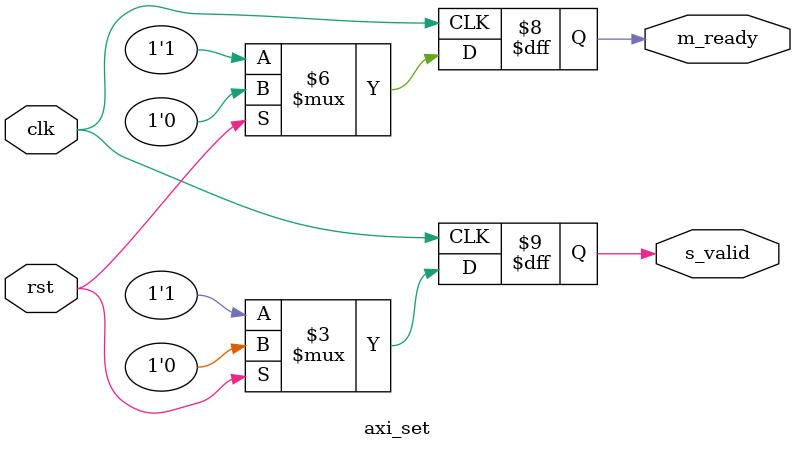
<source format=sv>
module axi_set(
    input wire clk,
    input wire rst,
    output wire m_ready,
    output wire s_valid
);
always_ff @(posedge clk) begin
    if(rst)begin
        m_ready <= 0;
        s_valid <= 0;
    end else begin
        m_ready <= 1;
        s_valid <= 1;
    end
end
endmodule

</source>
